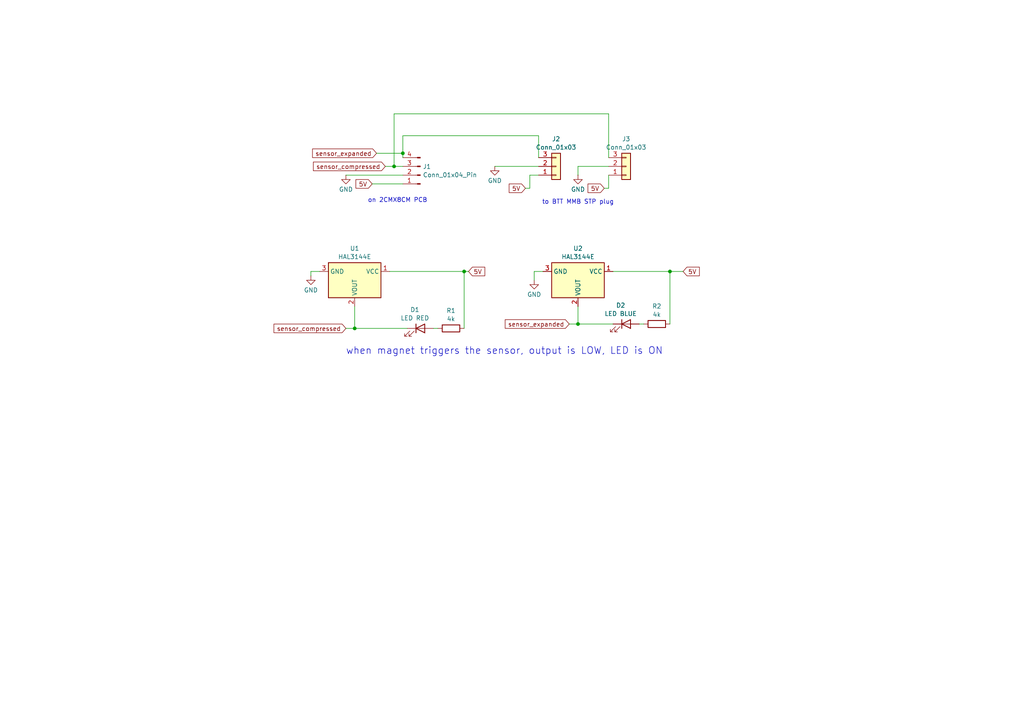
<source format=kicad_sch>
(kicad_sch (version 20231120) (generator "eeschema") (generator_version "8.0")
  (paper "A4")
  (lib_symbols
    (symbol "Connector:Conn_01x04_Pin" (pin_names (offset 1.016) hide)
      (property "Reference" "J" (at 0 5.08 0))
      (property "Value" "Conn_01x04_Pin" (at 0 -7.62 0))
      (symbol "Conn_01x04_Pin_1_1"
        (polyline (pts (xy 1.27 -5.08) (xy 0.8636 -5.08)) (stroke (width 0.1524)))
        (polyline (pts (xy 1.27 -2.54) (xy 0.8636 -2.54)) (stroke (width 0.1524)))
        (polyline (pts (xy 1.27 0) (xy 0.8636 0)) (stroke (width 0.1524)))
        (polyline (pts (xy 1.27 2.54) (xy 0.8636 2.54)) (stroke (width 0.1524)))
        (rectangle (start 0.8636 -4.953) (end 0 -5.207) (stroke (width 0.1524)) (fill (type outline)))
        (rectangle (start 0.8636 -2.413) (end 0 -2.667) (stroke (width 0.1524)) (fill (type outline)))
        (rectangle (start 0.8636 0.127) (end 0 -0.127) (stroke (width 0.1524)) (fill (type outline)))
        (rectangle (start 0.8636 2.667) (end 0 2.413) (stroke (width 0.1524)) (fill (type outline)))
        (pin passive line (at 5.08 2.54 180) (length 3.81) (name "Pin_1") (number "1"))
        (pin passive line (at 5.08 0 180) (length 3.81) (name "Pin_2") (number "2"))
        (pin passive line (at 5.08 -2.54 180) (length 3.81) (name "Pin_3") (number "3"))
        (pin passive line (at 5.08 -5.08 180) (length 3.81) (name "Pin_4") (number "4"))
      )
    )
    (symbol "Connector_Generic:Conn_01x03" (pin_names (offset 1.016) hide)
      (property "Reference" "J" (at 0 5.08 0))
      (property "Value" "Conn_01x03" (at 0 -5.08 0))
      (symbol "Conn_01x03_1_1"
        (rectangle (start -1.27 -2.413) (end 0 -2.667) (stroke (width 0.1524)))
        (rectangle (start -1.27 0.127) (end 0 -0.127) (stroke (width 0.1524)))
        (rectangle (start -1.27 2.667) (end 0 2.413) (stroke (width 0.1524)))
        (rectangle (start -1.27 3.81) (end 1.27 -3.81) (stroke (width 0.254)) (fill (type background)))
        (pin passive line (at -5.08 2.54 0) (length 3.81) (name "Pin_1") (number "1"))
        (pin passive line (at -5.08 0 0) (length 3.81) (name "Pin_2") (number "2"))
        (pin passive line (at -5.08 -2.54 0) (length 3.81) (name "Pin_3") (number "3"))
      )
    )
    (symbol "Device:LED" (pin_numbers hide) (pin_names (offset 1.016) hide)
      (property "Reference" "D" (at 0 2.54 0))
      (property "Value" "LED" (at 0 -2.54 0))
      (symbol "LED_0_1"
        (polyline (pts (xy -1.27 -1.27) (xy -1.27 1.27)) (stroke (width 0.254)))
        (polyline (pts (xy -1.27 0) (xy 1.27 0)))
        (polyline (pts (xy 1.27 -1.27) (xy 1.27 1.27) (xy -1.27 0) (xy 1.27 -1.27)) (stroke (width 0.254)))
        (polyline (pts (xy -3.048 -0.762) (xy -4.572 -2.286) (xy -3.81 -2.286) (xy -4.572 -2.286) (xy -4.572 -1.524)))
        (polyline (pts (xy -1.778 -0.762) (xy -3.302 -2.286) (xy -2.54 -2.286) (xy -3.302 -2.286) (xy -3.302 -1.524)))
      )
      (symbol "LED_1_1"
        (pin passive line (at -3.81 0 0) (length 2.54) (name "K") (number "1"))
        (pin passive line (at 3.81 0 180) (length 2.54) (name "A") (number "2"))
      )
    )
    (symbol "Device:R" (pin_numbers hide) (pin_names (offset 0))
      (property "Reference" "R" (at 2.032 0 90))
      (property "Value" "R" (at 0 0 90))
      (symbol "R_0_1"
        (rectangle (start -1.016 -2.54) (end 1.016 2.54) (stroke (width 0.254)))
      )
      (symbol "R_1_1"
        (pin passive line (at 0 3.81 270) (length 1.27) (name "~") (number "1"))
        (pin passive line (at 0 -3.81 90) (length 1.27) (name "~") (number "2"))
      )
    )
    (symbol "Sensor_Magnetic:A1101ELHL"
      (property "Reference" "U" (at 0 11.43 0))
      (property "Value" "A1101ELHL" (at 0 8.89 0))
      (symbol "A1101ELHL_0_1"
        (rectangle (start -5.08 7.62) (end 5.08 -7.62) (stroke (width 0.254)) (fill (type background)))
      )
      (symbol "A1101ELHL_1_1"
        (pin power_in line (at -2.54 10.16 270) (length 2.54) (name "VCC") (number "1"))
        (pin open_collector line (at 7.62 0 180) (length 2.54) (name "VOUT") (number "2"))
        (pin power_in line (at -2.54 -10.16 90) (length 2.54) (name "GND") (number "3"))
      )
    )
    (symbol "power:GND" (power) (pin_numbers hide) (pin_names (offset 0) hide)
      (property "Value" "GND" (at 0 -3.81 0))
      (symbol "GND_0_1"
        (polyline (pts (xy 0 0) (xy 0 -1.27) (xy 1.27 -1.27) (xy 0 -2.54) (xy -1.27 -1.27) (xy 0 -1.27)))
      )
      (symbol "GND_1_1"
        (pin power_in line (at 0 0 270) (length 0) (name "~") (number "1"))
      )
    )
  )
  (junction (at 194.31 78.74))
  (junction (at 134.62 78.74))
  (junction (at 102.87 95.25))
  (junction (at 116.84 44.45))
  (junction (at 167.64 93.98))
  (junction (at 114.3 48.26))
  (wire (pts (xy 90.17 78.74) (xy 90.17 80.01)))
  (wire (pts (xy 153.67 54.61) (xy 153.67 50.8)))
  (wire (pts (xy 165.1 93.98) (xy 167.64 93.98)))
  (wire (pts (xy 154.94 81.28) (xy 154.94 78.74)))
  (wire (pts (xy 114.3 33.02) (xy 114.3 48.26)))
  (wire (pts (xy 116.84 39.37) (xy 156.21 39.37)))
  (wire (pts (xy 102.87 88.9) (xy 102.87 95.25)))
  (wire (pts (xy 102.87 95.25) (xy 118.11 95.25)))
  (wire (pts (xy 176.53 50.8) (xy 176.53 54.61)))
  (wire (pts (xy 153.67 50.8) (xy 156.21 50.8)))
  (wire (pts (xy 185.42 93.98) (xy 186.69 93.98)))
  (wire (pts (xy 109.22 44.45) (xy 116.84 44.45)))
  (wire (pts (xy 116.84 44.45) (xy 116.84 45.72)))
  (wire (pts (xy 154.94 78.74) (xy 157.48 78.74)))
  (wire (pts (xy 167.64 88.9) (xy 167.64 93.98)))
  (wire (pts (xy 194.31 93.98) (xy 194.31 78.74)))
  (wire (pts (xy 152.4 54.61) (xy 153.67 54.61)))
  (wire (pts (xy 194.31 78.74) (xy 177.8 78.74)))
  (wire (pts (xy 113.03 78.74) (xy 134.62 78.74)))
  (wire (pts (xy 100.33 95.25) (xy 102.87 95.25)))
  (wire (pts (xy 107.95 53.34) (xy 116.84 53.34)))
  (wire (pts (xy 100.33 50.8) (xy 116.84 50.8)))
  (wire (pts (xy 116.84 39.37) (xy 116.84 44.45)))
  (wire (pts (xy 176.53 54.61) (xy 175.26 54.61)))
  (wire (pts (xy 135.89 78.74) (xy 134.62 78.74)))
  (wire (pts (xy 194.31 78.74) (xy 198.12 78.74)))
  (wire (pts (xy 167.64 48.26) (xy 176.53 48.26)))
  (wire (pts (xy 92.71 78.74) (xy 90.17 78.74)))
  (wire (pts (xy 156.21 39.37) (xy 156.21 45.72)))
  (wire (pts (xy 167.64 50.8) (xy 167.64 48.26)))
  (wire (pts (xy 176.53 45.72) (xy 176.53 33.02)))
  (wire (pts (xy 143.51 48.26) (xy 156.21 48.26)))
  (wire (pts (xy 134.62 78.74) (xy 134.62 95.25)))
  (wire (pts (xy 176.53 33.02) (xy 114.3 33.02)))
  (wire (pts (xy 167.64 93.98) (xy 177.8 93.98)))
  (wire (pts (xy 125.73 95.25) (xy 127 95.25)))
  (wire (pts (xy 114.3 48.26) (xy 116.84 48.26)))
  (wire (pts (xy 111.76 48.26) (xy 114.3 48.26)))
  (text "when magnet triggers the sensor, output is LOW, LED is ON" (at 146.304 101.854 0) (effects (font (size 2 2))))
  (text "on 2CMX8CM PCB" (at 115.316 58.166 0) (effects (font (size 1.27 1.27))))
  (text "to BTT MMB STP plug" (at 167.64 58.674 0) (effects (font (size 1.27 1.27))))
  (global_label "5V" (shape input) (at 135.89 78.74 0) (property "Intersheetrefs" "${INTERSHEET_REFS}" (effects (hide yes))))
  (global_label "5V" (shape input) (at 175.26 54.61 180) (property "Intersheetrefs" "${INTERSHEET_REFS}" (effects (hide yes))))
  (global_label "5V" (shape input) (at 107.95 53.34 180) (property "Intersheetrefs" "${INTERSHEET_REFS}" (effects (hide yes))))
  (global_label "5V" (shape input) (at 198.12 78.74 0) (property "Intersheetrefs" "${INTERSHEET_REFS}" (effects (hide yes))))
  (global_label "sensor_expanded" (shape input) (at 109.22 44.45 180) (property "Intersheetrefs" "${INTERSHEET_REFS}" (effects (hide yes))))
  (global_label "sensor_compressed" (shape input) (at 100.33 95.25 180) (property "Intersheetrefs" "${INTERSHEET_REFS}" (effects (hide yes))))
  (global_label "5V" (shape input) (at 152.4 54.61 180) (property "Intersheetrefs" "${INTERSHEET_REFS}" (effects (hide yes))))
  (global_label "sensor_expanded" (shape input) (at 165.1 93.98 180) (property "Intersheetrefs" "${INTERSHEET_REFS}" (effects (hide yes))))
  (global_label "sensor_compressed" (shape input) (at 111.76 48.26 180) (property "Intersheetrefs" "${INTERSHEET_REFS}" (effects (hide yes))))
  (symbol (lib_id "Device:LED") (at 121.92 95.25 0) (unit 1)
    (property "Reference" "D1" (at 120.3325 89.8355 0))
    (property "Value" "LED RED" (at 120.3325 92.2598 0))
    (property "Description" "Light emitting diode" (effects (hide yes)))
  )
  (symbol (lib_id "Device:R") (at 130.81 95.25 90) (unit 1)
    (property "Reference" "R1" (at 130.81 90.0895 90))
    (property "Value" "4k" (at 130.81 92.5138 90))
    (property "Description" "Resistor" (effects (hide yes)))
  )
  (symbol (lib_id "power:GND") (at 100.33 50.8 0) (unit 1)
    (property "Reference" "#PWR01" (effects (hide yes)))
    (property "Value" "GND" (at 100.33 54.9331 0))
    (property "Description" "Power symbol creates a global label with name \"GND\" , ground" (effects (hide yes)))
  )
  (symbol (lib_id "power:GND") (at 167.64 50.8 0) (unit 1)
    (property "Reference" "#PWR05" (effects (hide yes)))
    (property "Value" "GND" (at 167.64 54.9331 0))
    (property "Description" "Power symbol creates a global label with name \"GND\" , ground" (effects (hide yes)))
  )
  (symbol (lib_id "power:GND") (at 143.51 48.26 0) (unit 1)
    (property "Reference" "#PWR04" (effects (hide yes)))
    (property "Value" "GND" (at 143.51 52.3931 0))
    (property "Description" "Power symbol creates a global label with name \"GND\" , ground" (effects (hide yes)))
  )
  (symbol (lib_id "power:GND") (at 90.17 80.01 0) (unit 1)
    (property "Reference" "#PWR02" (effects (hide yes)))
    (property "Value" "GND" (at 90.17 84.1431 0))
    (property "Description" "Power symbol creates a global label with name \"GND\" , ground" (effects (hide yes)))
  )
  (symbol (lib_id "Device:LED") (at 181.61 93.98 0) (unit 1)
    (property "Reference" "D2" (at 180.0225 88.5655 0))
    (property "Value" "LED BLUE" (at 180.0225 90.9898 0))
    (property "Description" "Light emitting diode" (effects (hide yes)))
  )
  (symbol (lib_id "power:GND") (at 154.94 81.28 0) (unit 1)
    (property "Reference" "#PWR03" (effects (hide yes)))
    (property "Value" "GND" (at 154.94 85.4131 0))
    (property "Description" "Power symbol creates a global label with name \"GND\" , ground" (effects (hide yes)))
  )
  (symbol (lib_id "Connector_Generic:Conn_01x03") (at 181.61 48.26 0) (mirror x) (unit 1)
    (property "Reference" "J3" (at 181.61 40.3055 0))
    (property "Value" "Conn_01x03" (at 181.61 42.7298 0))
    (property "Description" "Generic connector, single row, 01x03, script generated (kicad-library-utils/schlib/autogen/connector/)" (effects (hide yes)))
  )
  (symbol (lib_id "Device:R") (at 190.5 93.98 90) (unit 1)
    (property "Reference" "R2" (at 190.5 88.8195 90))
    (property "Value" "4k" (at 190.5 91.2438 90))
    (property "Description" "Resistor" (effects (hide yes)))
  )
  (symbol (lib_id "Connector_Generic:Conn_01x03") (at 161.29 48.26 0) (mirror x) (unit 1)
    (property "Reference" "J2" (at 161.29 40.3055 0))
    (property "Value" "Conn_01x03" (at 161.29 42.7298 0))
    (property "Description" "Generic connector, single row, 01x03, script generated (kicad-library-utils/schlib/autogen/connector/)" (effects (hide yes)))
  )
  (symbol (lib_id "Sensor_Magnetic:A1101ELHL") (at 167.64 81.28 270) (unit 1)
    (property "Reference" "U2" (at 167.64 72.0555 90))
    (property "Value" "HAL3144E" (at 167.64 74.4798 90))
    (property "Footprint" "Package_TO_SOT_SMD:SOT-23W" (effects (hide yes)))
    (property "Datasheet" "https://www.allegromicro.com/-/media/files/datasheets/a110x-datasheet.ashx" (effects (hide yes)))
    (property "Description" "Hall effect switch, unipolar, Bop=100G, Brp=45G, -40C to +85C, SOT-23W" (effects (hide yes)))
  )
  (symbol (lib_id "Sensor_Magnetic:A1101ELHL") (at 102.87 81.28 270) (unit 1)
    (property "Reference" "U1" (at 102.87 72.0555 90))
    (property "Value" "HAL3144E" (at 102.87 74.4798 90))
    (property "Footprint" "Package_TO_SOT_SMD:SOT-23W" (effects (hide yes)))
    (property "Datasheet" "https://www.allegromicro.com/-/media/files/datasheets/a110x-datasheet.ashx" (effects (hide yes)))
    (property "Description" "Hall effect switch, unipolar, Bop=100G, Brp=45G, -40C to +85C, SOT-23W" (effects (hide yes)))
  )
  (symbol (lib_id "Connector:Conn_01x04_Pin") (at 121.92 50.8 180) (unit 1)
    (property "Reference" "J1" (at 122.6312 48.3178 0) (effects (justify right)))
    (property "Value" "Conn_01x04_Pin" (at 122.6312 50.7421 0) (effects (justify right)))
    (property "Description" "Generic connector, single row, 01x04, script generated" (effects (hide yes)))
  )
)
</source>
